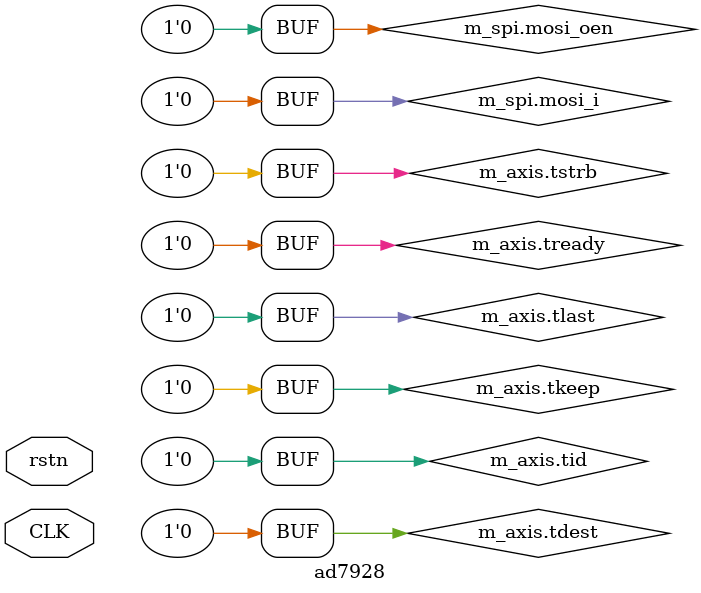
<source format=sv>
`timescale 1ns / 1ps


module ad7928 # (
    parameter DOUT_WIDTH = 8,
    parameter FREQUENCY_DIVIDER = 4,
    parameter WRITE = 1,
    parameter SEQ = 0,
    parameter DONT_CARE = 0,
    parameter [1:0] PM = 'b11,
    parameter SHADOW = 0,
    parameter RANGE = 0,
    parameter CODING = 0
   )     
   (
    input      CLK,
    input      rstn,
    
    axistream_if.master m_axis,
    spi_if.master m_spi
);
    
    reg [2:0] cntr_scale = 0;

    reg [15:0] mem_control_reg = 0;  // MOSI (DIN in AD7928)
    reg [15:0] mem_dout = 0;         // MISO (DOUT in AD7928)

    reg [5:0] cnt = 1'b0;
    reg [1:0] rst_cnt = 2'b0;
    reg [2:0] ctrl_reg_addr_cnt = 3'b0;
  
  
    always @(posedge CLK) begin
    // äåëèòåëü ÷àñòîòû    
        if (cntr_scale == (FREQUENCY_DIVIDER - 'b1)) begin
            cntr_scale <= 0;
            m_spi.sck <= 1;
        end
        else begin
            cntr_scale <= cntr_scale + 1; 
            if (cntr_scale == (FREQUENCY_DIVIDER/2 - 'b1)) 
                m_spi.sck <= 0;     
        end  
    end


    always @(posedge CLK or negedge rstn) begin
        if (!rstn) begin
            mem_dout <= 0;
            m_axis.tdata <= 0;
            m_axis.tuser <= 0;
            m_axis.tvalid <= 0;
        end
        // ïðîâåðêà íà negedge SCLK
        else begin
            m_axis.tvalid <= 0; 
            if (cntr_scale == 1) begin
                if (cnt <= 5'd17) 
                    mem_dout <= { mem_dout[14:0], m_spi.miso };
                else if (cnt == 5'd18) begin
                    m_axis.tdata <= mem_dout[11 -: DOUT_WIDTH];
                    m_axis.tuser <= mem_dout[14:12];
                    m_axis.tvalid <= 1;           
                end          
            end
        end 
    end 

    always @(posedge CLK or negedge rstn) begin
        if (!rstn) begin
            m_spi.cs_n <= 1;
            m_spi.mosi_o <= 0;
            mem_control_reg <= 0;
            rst_cnt = 2'd3;
            cnt <= 0;
        end
        // ïðîâåðêà íà posedge SCLK
        else if (cntr_scale == 'd3) begin
     
            if (cnt != 5'd20)
                cnt <= cnt + 1'b1;
            else begin
                cnt <= 5'b0;
            end
            
            if (cnt == 1'b0) begin
                mem_control_reg[12:10] <= ctrl_reg_addr_cnt;
                {mem_control_reg[15:13], mem_control_reg[9:0]} <= {WRITE, SEQ, DONT_CARE, PM, SHADOW, DONT_CARE, RANGE, CODING}; // 13'b1_0_0_11_0_0_0_0_0000;
            end 
            else if (cnt == 1'b1) begin
                m_spi.cs_n <= 1'b0;  
            end 
            else if (cnt == 5'd17) begin
                     m_spi.cs_n <= 1'b1;
            end 
            else if (cnt == 5'd20) begin
                if (ctrl_reg_addr_cnt != 3'd7) 
                    ctrl_reg_addr_cnt <= ctrl_reg_addr_cnt + 3'd1;
                else 
                    ctrl_reg_addr_cnt <= 0;
            end
  
            if (rst_cnt > 2'd1) begin
                if (cnt == 5'd1)
                    m_spi.mosi_o <= 1;
                if (cnt == 5'd20)
                    rst_cnt <= rst_cnt - 1'd1;
            end
            else begin
                 if (cnt == 5'd20 && rst_cnt != 0)
                     rst_cnt <= rst_cnt - 1'd1;
                 if (cnt >= 1 && cnt <= 5'd16)
                     {m_spi.mosi_o, mem_control_reg} <= { mem_control_reg, 1'b0 };
            end  
        end
    end  
    
    assign m_axis.tstrb = 0;
    assign m_axis.tkeep = 0;
    assign m_axis.tlast = 0;
    assign m_axis.tid = 0;
    assign m_axis.tdest = 0;
    assign m_axis.tready = 0;
    
    assign m_spi.mosi_i = 0;
    assign m_spi.mosi_oen = 0;
    
endmodule

</source>
